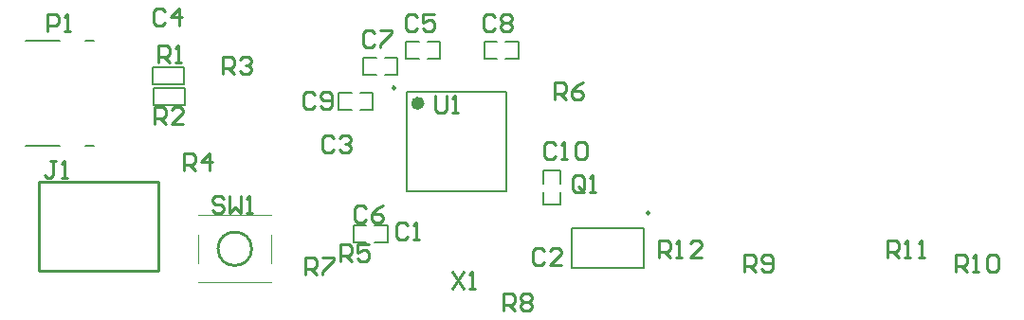
<source format=gto>
G04*
G04 #@! TF.GenerationSoftware,Altium Limited,CircuitMaker,2.2.1 (2.2.1.6)*
G04*
G04 Layer_Color=15132400*
%FSTAX43Y43*%
%MOMM*%
G71*
G04*
G04 #@! TF.SameCoordinates,C8B466FA-36BC-4938-8632-075A3B1F3AF2*
G04*
G04*
G04 #@! TF.FilePolarity,Positive*
G04*
G01*
G75*
%ADD10C,0.254*%
%ADD11C,0.600*%
%ADD12C,0.250*%
%ADD13C,0.127*%
%ADD14C,0.100*%
%ADD15C,0.200*%
%ADD16C,0.203*%
D10*
X00444Y00507D02*
G03*
X00444Y00507I-00015J0D01*
G01*
X00254Y00487D02*
Y00567D01*
X003605D01*
Y00487D02*
Y00567D01*
X00254Y00487D02*
X003605D01*
X0062284Y0048662D02*
X00633Y0047138D01*
Y0048662D02*
X0062284Y0047138D01*
X0063808D02*
X0064316D01*
X0064062D01*
Y0048662D01*
X0063808Y0048408D01*
X0060784Y0064362D02*
Y0063092D01*
X0061038Y0062838D01*
X0061546D01*
X00618Y0063092D01*
Y0064362D01*
X0062308Y0062838D02*
X0062816D01*
X0062562D01*
Y0064362D01*
X0062308Y0064108D01*
X0041938Y0055208D02*
X0041684Y0055462D01*
X0041176D01*
X0040923Y0055208D01*
Y0054954D01*
X0041176Y00547D01*
X0041684D01*
X0041938Y0054446D01*
Y0054192D01*
X0041684Y0053938D01*
X0041176D01*
X0040923Y0054192D01*
X0042446Y0055462D02*
Y0053938D01*
X0042954Y0054446D01*
X0043462Y0053938D01*
Y0055462D01*
X004397Y0053938D02*
X0044477D01*
X0044224D01*
Y0055462D01*
X004397Y0055208D01*
X0080796Y0049938D02*
Y0051462D01*
X0081557D01*
X0081811Y0051208D01*
Y00507D01*
X0081557Y0050446D01*
X0080796D01*
X0081303D02*
X0081811Y0049938D01*
X0082319D02*
X0082827D01*
X0082573D01*
Y0051462D01*
X0082319Y0051208D01*
X0084604Y0049938D02*
X0083589D01*
X0084604Y0050954D01*
Y0051208D01*
X008435Y0051462D01*
X0083843D01*
X0083589Y0051208D01*
X010115Y0049938D02*
Y0051462D01*
X0101911D01*
X0102165Y0051208D01*
Y00507D01*
X0101911Y0050446D01*
X010115D01*
X0101657D02*
X0102165Y0049938D01*
X0102673D02*
X0103181D01*
X0102927D01*
Y0051462D01*
X0102673Y0051208D01*
X0103943Y0049938D02*
X010445D01*
X0104197D01*
Y0051462D01*
X0103943Y0051208D01*
X0107296Y0048638D02*
Y0050162D01*
X0108057D01*
X0108311Y0049908D01*
Y00494D01*
X0108057Y0049146D01*
X0107296D01*
X0107803D02*
X0108311Y0048638D01*
X0108819D02*
X0109327D01*
X0109073D01*
Y0050162D01*
X0108819Y0049908D01*
X0110089D02*
X0110343Y0050162D01*
X011085D01*
X0111104Y0049908D01*
Y0048892D01*
X011085Y0048638D01*
X0110343D01*
X0110089Y0048892D01*
Y0049908D01*
X008843Y0048638D02*
Y0050162D01*
X0089192D01*
X0089446Y0049908D01*
Y00494D01*
X0089192Y0049146D01*
X008843D01*
X0088938D02*
X0089446Y0048638D01*
X0089954Y0048892D02*
X0090208Y0048638D01*
X0090716D01*
X009097Y0048892D01*
Y0049908D01*
X0090716Y0050162D01*
X0090208D01*
X0089954Y0049908D01*
Y0049654D01*
X0090208Y00494D01*
X009097D01*
X006693Y0045138D02*
Y0046662D01*
X0067692D01*
X0067946Y0046408D01*
Y00459D01*
X0067692Y0045646D01*
X006693D01*
X0067438D02*
X0067946Y0045138D01*
X0068454Y0046408D02*
X0068708Y0046662D01*
X0069216D01*
X006947Y0046408D01*
Y0046154D01*
X0069216Y00459D01*
X006947Y0045646D01*
Y0045392D01*
X0069216Y0045138D01*
X0068708D01*
X0068454Y0045392D01*
Y0045646D01*
X0068708Y00459D01*
X0068454Y0046154D01*
Y0046408D01*
X0068708Y00459D02*
X0069216D01*
X0049225Y0048387D02*
Y0049911D01*
X0049987D01*
X0050241Y0049657D01*
Y0049149D01*
X0049987Y0048895D01*
X0049225D01*
X0049733D02*
X0050241Y0048387D01*
X0050749Y0049911D02*
X0051764D01*
Y0049657D01*
X0050749Y0048641D01*
Y0048387D01*
X007145Y0064084D02*
Y0065608D01*
X0072212D01*
X0072466Y0065354D01*
Y0064846D01*
X0072212Y0064592D01*
X007145D01*
X0071958D02*
X0072466Y0064084D01*
X0073989Y0065608D02*
X0073482Y0065354D01*
X0072974Y0064846D01*
Y0064338D01*
X0073228Y0064084D01*
X0073735D01*
X0073989Y0064338D01*
Y0064592D01*
X0073735Y0064846D01*
X0072974D01*
X0052305Y0049538D02*
Y0051062D01*
X0053067D01*
X0053321Y0050808D01*
Y00503D01*
X0053067Y0050046D01*
X0052305D01*
X0052813D02*
X0053321Y0049538D01*
X0054845Y0051062D02*
X0053829D01*
Y00503D01*
X0054337Y0050554D01*
X0054591D01*
X0054845Y00503D01*
Y0049792D01*
X0054591Y0049538D01*
X0054083D01*
X0053829Y0049792D01*
X003833Y0057738D02*
Y0059262D01*
X0039092D01*
X0039346Y0059008D01*
Y00585D01*
X0039092Y0058246D01*
X003833D01*
X0038838D02*
X0039346Y0057738D01*
X0040616D02*
Y0059262D01*
X0039854Y00585D01*
X004087D01*
X004183Y0066338D02*
Y0067862D01*
X0042592D01*
X0042846Y0067608D01*
Y00671D01*
X0042592Y0066846D01*
X004183D01*
X0042338D02*
X0042846Y0066338D01*
X0043354Y0067608D02*
X0043608Y0067862D01*
X0044116D01*
X004437Y0067608D01*
Y0067354D01*
X0044116Y00671D01*
X0043862D01*
X0044116D01*
X004437Y0066846D01*
Y0066592D01*
X0044116Y0066338D01*
X0043608D01*
X0043354Y0066592D01*
X003573Y0061838D02*
Y0063362D01*
X0036492D01*
X0036746Y0063108D01*
Y00626D01*
X0036492Y0062346D01*
X003573D01*
X0036238D02*
X0036746Y0061838D01*
X003827D02*
X0037254D01*
X003827Y0062854D01*
Y0063108D01*
X0038016Y0063362D01*
X0037508D01*
X0037254Y0063108D01*
X0036084Y0067338D02*
Y0068862D01*
X0036846D01*
X00371Y0068608D01*
Y00681D01*
X0036846Y0067846D01*
X0036084D01*
X0036592D02*
X00371Y0067338D01*
X0037608D02*
X0038116D01*
X0037862D01*
Y0068862D01*
X0037608Y0068608D01*
X0074091Y0056032D02*
Y0057048D01*
X0073838Y0057302D01*
X007333D01*
X0073076Y0057048D01*
Y0056032D01*
X007333Y0055778D01*
X0073838D01*
X0073584Y0056286D02*
X0074091Y0055778D01*
X0073838D02*
X0074091Y0056032D01*
X0074599Y0055778D02*
X0075107D01*
X0074853D01*
Y0057302D01*
X0074599Y0057048D01*
X0026184Y0070138D02*
Y0071662D01*
X0026946D01*
X00272Y0071408D01*
Y00709D01*
X0026946Y0070646D01*
X0026184D01*
X0027708Y0070138D02*
X0028216D01*
X0027962D01*
Y0071662D01*
X0027708Y0071408D01*
X00269Y0058562D02*
X0026392D01*
X0026646D01*
Y0057292D01*
X0026392Y0057038D01*
X0026138D01*
X0025884Y0057292D01*
X0027408Y0057038D02*
X0027916D01*
X0027662D01*
Y0058562D01*
X0027408Y0058308D01*
X0071551Y0059994D02*
X0071298Y0060248D01*
X007079D01*
X0070536Y0059994D01*
Y0058979D01*
X007079Y0058725D01*
X0071298D01*
X0071551Y0058979D01*
X0072059Y0058725D02*
X0072567D01*
X0072313D01*
Y0060248D01*
X0072059Y0059994D01*
X0073329D02*
X0073583Y0060248D01*
X0074091D01*
X0074345Y0059994D01*
Y0058979D01*
X0074091Y0058725D01*
X0073583D01*
X0073329Y0058979D01*
Y0059994D01*
X0050046Y0064508D02*
X0049792Y0064762D01*
X0049284D01*
X004903Y0064508D01*
Y0063492D01*
X0049284Y0063238D01*
X0049792D01*
X0050046Y0063492D01*
X0050554D02*
X0050808Y0063238D01*
X0051316D01*
X005157Y0063492D01*
Y0064508D01*
X0051316Y0064762D01*
X0050808D01*
X0050554Y0064508D01*
Y0064254D01*
X0050808Y0064D01*
X005157D01*
X0066167Y007145D02*
X0065913Y0071704D01*
X0065405D01*
X0065151Y007145D01*
Y0070434D01*
X0065405Y007018D01*
X0065913D01*
X0066167Y0070434D01*
X0066675Y007145D02*
X0066928Y0071704D01*
X0067436D01*
X006769Y007145D01*
Y0071196D01*
X0067436Y0070942D01*
X006769Y0070688D01*
Y0070434D01*
X0067436Y007018D01*
X0066928D01*
X0066675Y0070434D01*
Y0070688D01*
X0066928Y0070942D01*
X0066675Y0071196D01*
Y007145D01*
X0066928Y0070942D02*
X0067436D01*
X0055372Y0069951D02*
X0055118Y0070205D01*
X005461D01*
X0054356Y0069951D01*
Y0068936D01*
X005461Y0068682D01*
X0055118D01*
X0055372Y0068936D01*
X005588Y0070205D02*
X0056895D01*
Y0069951D01*
X005588Y0068936D01*
Y0068682D01*
X0054646Y0054308D02*
X0054392Y0054562D01*
X0053884D01*
X005363Y0054308D01*
Y0053292D01*
X0053884Y0053038D01*
X0054392D01*
X0054646Y0053292D01*
X005617Y0054562D02*
X0055662Y0054308D01*
X0055154Y00538D01*
Y0053292D01*
X0055408Y0053038D01*
X0055916D01*
X005617Y0053292D01*
Y0053546D01*
X0055916Y00538D01*
X0055154D01*
X0059156Y007145D02*
X0058902Y0071704D01*
X0058395D01*
X0058141Y007145D01*
Y0070434D01*
X0058395Y007018D01*
X0058902D01*
X0059156Y0070434D01*
X006068Y0071704D02*
X0059664D01*
Y0070942D01*
X0060172Y0071196D01*
X0060426D01*
X006068Y0070942D01*
Y0070434D01*
X0060426Y007018D01*
X0059918D01*
X0059664Y0070434D01*
X0036646Y0071908D02*
X0036392Y0072162D01*
X0035884D01*
X003563Y0071908D01*
Y0070892D01*
X0035884Y0070638D01*
X0036392D01*
X0036646Y0070892D01*
X0037916Y0070638D02*
Y0072162D01*
X0037154Y00714D01*
X003817D01*
X0051746Y0060608D02*
X0051492Y0060862D01*
X0050984D01*
X005073Y0060608D01*
Y0059592D01*
X0050984Y0059338D01*
X0051492D01*
X0051746Y0059592D01*
X0052254Y0060608D02*
X0052508Y0060862D01*
X0053016D01*
X005327Y0060608D01*
Y0060354D01*
X0053016Y00601D01*
X0052762D01*
X0053016D01*
X005327Y0059846D01*
Y0059592D01*
X0053016Y0059338D01*
X0052508D01*
X0052254Y0059592D01*
X0070546Y0050508D02*
X0070292Y0050762D01*
X0069784D01*
X006953Y0050508D01*
Y0049492D01*
X0069784Y0049238D01*
X0070292D01*
X0070546Y0049492D01*
X007207Y0049238D02*
X0071054D01*
X007207Y0050254D01*
Y0050508D01*
X0071816Y0050762D01*
X0071308D01*
X0071054Y0050508D01*
X00583Y0052808D02*
X0058046Y0053062D01*
X0057538D01*
X0057284Y0052808D01*
Y0051792D01*
X0057538Y0051538D01*
X0058046D01*
X00583Y0051792D01*
X0058808Y0051538D02*
X0059316D01*
X0059062D01*
Y0053062D01*
X0058808Y0052808D01*
D11*
X0059538Y0063713D02*
G03*
X0059538Y0063713I-00003J0D01*
G01*
D12*
X0057213Y0065088D02*
G03*
X0057213Y0065088I-0000125J0D01*
G01*
X0079925Y00539D02*
G03*
X0079925Y00539I-0000125J0D01*
G01*
D13*
X0070438Y0054626D02*
X0071962D01*
X0070438Y0057674D02*
X0071962D01*
X0070438Y0054626D02*
Y0055769D01*
Y0056531D02*
Y0057674D01*
X0071962Y0054626D02*
Y0055769D01*
Y0056531D02*
Y0057674D01*
X0053476Y0051238D02*
Y0052762D01*
X0056524Y0051238D02*
Y0052762D01*
X0053476D02*
X0054619D01*
X0055381D02*
X0056524D01*
X0053476Y0051238D02*
X0054619D01*
X0055381D02*
X0056524D01*
X0052176Y0063138D02*
Y0064662D01*
X0055224Y0063138D02*
Y0064662D01*
X0052176D02*
X0053319D01*
X0054081D02*
X0055224D01*
X0052176Y0063138D02*
X0053319D01*
X0054081D02*
X0055224D01*
X0058176Y0067738D02*
Y0069262D01*
X0061224Y0067738D02*
Y0069262D01*
X0058176D02*
X0059319D01*
X0060081D02*
X0061224D01*
X0058176Y0067738D02*
X0059319D01*
X0060081D02*
X0061224D01*
X0065176D02*
Y0069262D01*
X0068224Y0067738D02*
Y0069262D01*
X0065176D02*
X0066319D01*
X0067081D02*
X0068224D01*
X0065176Y0067738D02*
X0066319D01*
X0067081D02*
X0068224D01*
X0054376Y0066238D02*
Y0067762D01*
X0057424Y0066238D02*
Y0067762D01*
X0054376D02*
X0055519D01*
X0056281D02*
X0057424D01*
X0054376Y0066238D02*
X0055519D01*
X0056281D02*
X0057424D01*
D14*
X003965Y004945D02*
Y005195D01*
X004615Y004945D02*
Y005195D01*
X003965Y00477D02*
X004615D01*
X003965Y00537D02*
X004615D01*
D15*
X0035603Y0066962D02*
X0038397D01*
X0035603Y0065438D02*
Y0066962D01*
X0038397Y0065438D02*
Y0066962D01*
X0035603Y0065438D02*
X0038397D01*
X0035625Y0065075D02*
X0038419D01*
X0035625Y0063551D02*
Y0065075D01*
X0038419Y0063551D02*
Y0065075D01*
X0035625Y0063551D02*
X0038419D01*
X0058238Y0055813D02*
X0067138D01*
X0058238Y0064713D02*
X0067138D01*
Y0055813D02*
Y0064713D01*
X0058238Y0055813D02*
Y0064713D01*
X007945Y0049D02*
Y00525D01*
X0073D02*
X007945D01*
X007295Y0049D02*
Y00525D01*
Y0049D02*
X007945D01*
D16*
X0024211Y0059926D02*
X0027259D01*
X0029545D02*
X0030307D01*
X0024211Y0069324D02*
X0027259D01*
X0029545D02*
X0030307D01*
M02*

</source>
